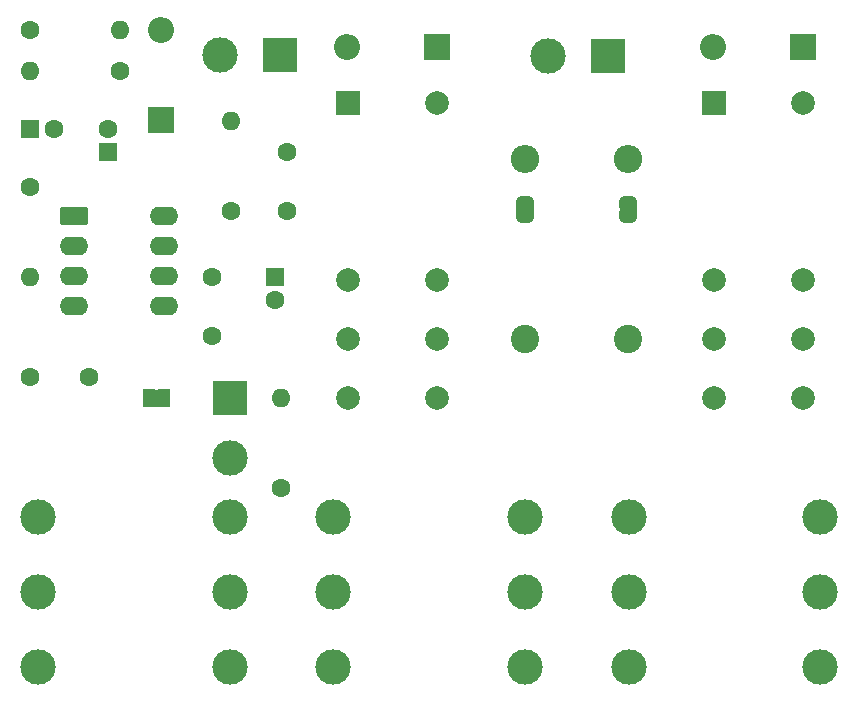
<source format=gts>
%TF.GenerationSoftware,KiCad,Pcbnew,9.0.0+dfsg-1*%
%TF.CreationDate,2025-03-12T14:23:05+01:00*%
%TF.ProjectId,relays-array-2,72656c61-7973-42d6-9172-7261792d322e,1.0*%
%TF.SameCoordinates,Original*%
%TF.FileFunction,Soldermask,Top*%
%TF.FilePolarity,Negative*%
%FSLAX46Y46*%
G04 Gerber Fmt 4.6, Leading zero omitted, Abs format (unit mm)*
G04 Created by KiCad (PCBNEW 9.0.0+dfsg-1) date 2025-03-12 14:23:05*
%MOMM*%
%LPD*%
G01*
G04 APERTURE LIST*
G04 Aperture macros list*
%AMRoundRect*
0 Rectangle with rounded corners*
0 $1 Rounding radius*
0 $2 $3 $4 $5 $6 $7 $8 $9 X,Y pos of 4 corners*
0 Add a 4 corners polygon primitive as box body*
4,1,4,$2,$3,$4,$5,$6,$7,$8,$9,$2,$3,0*
0 Add four circle primitives for the rounded corners*
1,1,$1+$1,$2,$3*
1,1,$1+$1,$4,$5*
1,1,$1+$1,$6,$7*
1,1,$1+$1,$8,$9*
0 Add four rect primitives between the rounded corners*
20,1,$1+$1,$2,$3,$4,$5,0*
20,1,$1+$1,$4,$5,$6,$7,0*
20,1,$1+$1,$6,$7,$8,$9,0*
20,1,$1+$1,$8,$9,$2,$3,0*%
%AMFreePoly0*
4,1,23,0.500000,-0.750000,0.000000,-0.750000,0.000000,-0.745722,-0.065263,-0.745722,-0.191342,-0.711940,-0.304381,-0.646677,-0.396677,-0.554381,-0.461940,-0.441342,-0.495722,-0.315263,-0.495722,-0.250000,-0.500000,-0.250000,-0.500000,0.250000,-0.495722,0.250000,-0.495722,0.315263,-0.461940,0.441342,-0.396677,0.554381,-0.304381,0.646677,-0.191342,0.711940,-0.065263,0.745722,0.000000,0.745722,
0.000000,0.750000,0.500000,0.750000,0.500000,-0.750000,0.500000,-0.750000,$1*%
%AMFreePoly1*
4,1,23,0.000000,0.745722,0.065263,0.745722,0.191342,0.711940,0.304381,0.646677,0.396677,0.554381,0.461940,0.441342,0.495722,0.315263,0.495722,0.250000,0.500000,0.250000,0.500000,-0.250000,0.495722,-0.250000,0.495722,-0.315263,0.461940,-0.441342,0.396677,-0.554381,0.304381,-0.646677,0.191342,-0.711940,0.065263,-0.745722,0.000000,-0.745722,0.000000,-0.750000,-0.500000,-0.750000,
-0.500000,0.750000,0.000000,0.750000,0.000000,0.745722,0.000000,0.745722,$1*%
G04 Aperture macros list end*
%ADD10R,2.200000X2.200000*%
%ADD11O,2.200000X2.200000*%
%ADD12C,1.600000*%
%ADD13O,1.600000X1.600000*%
%ADD14R,1.600000X1.600000*%
%ADD15C,3.000000*%
%ADD16C,2.400000*%
%ADD17O,2.400000X2.400000*%
%ADD18C,2.000000*%
%ADD19R,2.000000X2.000000*%
%ADD20FreePoly0,270.000000*%
%ADD21FreePoly1,270.000000*%
%ADD22R,3.000000X3.000000*%
%ADD23RoundRect,0.250000X-0.950000X-0.550000X0.950000X-0.550000X0.950000X0.550000X-0.950000X0.550000X0*%
%ADD24O,2.400000X1.600000*%
%ADD25R,1.000000X1.500000*%
G04 APERTURE END LIST*
%TO.C,JP3*%
G36*
X80750000Y-83850000D02*
G01*
X79250000Y-83850000D01*
X79250000Y-84150000D01*
X80750000Y-84150000D01*
X80750000Y-83850000D01*
G37*
%TO.C,JPX1*%
G36*
X48950000Y-100750000D02*
G01*
X48650000Y-100750000D01*
X48650000Y-99250000D01*
X48950000Y-99250000D01*
X48950000Y-100750000D01*
G37*
%TO.C,JP2*%
G36*
X89500000Y-83850000D02*
G01*
X88000000Y-83850000D01*
X88000000Y-84150000D01*
X89500000Y-84150000D01*
X89500000Y-83850000D01*
G37*
%TD*%
D10*
%TO.C,D2*%
X103560000Y-70250000D03*
D11*
X95940000Y-70250000D03*
%TD*%
D12*
%TO.C,C2*%
X38100000Y-98200000D03*
X43100000Y-98200000D03*
%TD*%
%TO.C,R13*%
X55100000Y-84100000D03*
D13*
X55100000Y-76480000D03*
%TD*%
D14*
%TO.C,C8*%
X58800000Y-89700000D03*
D12*
X58800000Y-91700000D03*
%TD*%
D15*
%TO.C,J2*%
X105000000Y-116350000D03*
X88770000Y-116350000D03*
X105000000Y-122700000D03*
X88770000Y-122700000D03*
X105000000Y-110000000D03*
X88770000Y-110000000D03*
%TD*%
D14*
%TO.C,C10*%
X38100000Y-77200000D03*
D12*
X40100000Y-77200000D03*
%TD*%
D10*
%TO.C,D9*%
X49200000Y-76410000D03*
D11*
X49200000Y-68790000D03*
%TD*%
D15*
%TO.C,J14*%
X55000000Y-116350000D03*
X38770000Y-116350000D03*
X55000000Y-122700000D03*
X38770000Y-122700000D03*
X55000000Y-110000000D03*
X38770000Y-110000000D03*
%TD*%
D16*
%TO.C,R2*%
X88750000Y-95000000D03*
D17*
X88750000Y-79760000D03*
%TD*%
D18*
%TO.C,K1*%
X65000000Y-95000000D03*
X65000000Y-90000000D03*
X65000000Y-100000000D03*
X72500000Y-95000000D03*
X72500000Y-90000000D03*
X72500000Y-100000000D03*
D19*
X65000000Y-75000000D03*
D18*
X72500000Y-75000000D03*
%TD*%
D10*
%TO.C,D1*%
X72560000Y-70250000D03*
D11*
X64940000Y-70250000D03*
%TD*%
D12*
%TO.C,R16*%
X38100000Y-82080000D03*
D13*
X38100000Y-89700000D03*
%TD*%
D15*
%TO.C,J1*%
X80000000Y-116350000D03*
X63770000Y-116350000D03*
X80000000Y-122700000D03*
X63770000Y-122700000D03*
X80000000Y-110000000D03*
X63770000Y-110000000D03*
%TD*%
D18*
%TO.C,K2*%
X96000000Y-95000000D03*
X96000000Y-90000000D03*
X96000000Y-100000000D03*
X103500000Y-95000000D03*
X103500000Y-90000000D03*
X103500000Y-100000000D03*
D19*
X96000000Y-75000000D03*
D18*
X103500000Y-75000000D03*
%TD*%
D12*
%TO.C,R9*%
X59300000Y-107600000D03*
D13*
X59300000Y-99980000D03*
%TD*%
D12*
%TO.C,C1*%
X53500000Y-94700000D03*
X53500000Y-89700000D03*
%TD*%
D16*
%TO.C,R1*%
X80000000Y-95000000D03*
D17*
X80000000Y-79760000D03*
%TD*%
D20*
%TO.C,JP3*%
X80000000Y-83350000D03*
D21*
X80000000Y-84650000D03*
%TD*%
D12*
%TO.C,R15*%
X38080000Y-68800000D03*
D13*
X45700000Y-68800000D03*
%TD*%
D22*
%TO.C,J3*%
X87040000Y-71000000D03*
D15*
X81960000Y-71000000D03*
%TD*%
D23*
%TO.C,U1*%
X41790000Y-84590000D03*
D24*
X41790000Y-87130000D03*
X41790000Y-89670000D03*
X41790000Y-92210000D03*
X49410000Y-92210000D03*
X49410000Y-89670000D03*
X49410000Y-87130000D03*
X49410000Y-84590000D03*
%TD*%
D22*
%TO.C,J15*%
X55000000Y-100000000D03*
D15*
X55000000Y-105080000D03*
%TD*%
D12*
%TO.C,R14*%
X45700000Y-72300000D03*
D13*
X38080000Y-72300000D03*
%TD*%
D14*
%TO.C,C7*%
X44700000Y-79155113D03*
D12*
X44700000Y-77155113D03*
%TD*%
%TO.C,C3*%
X59800000Y-84100000D03*
X59800000Y-79100000D03*
%TD*%
D25*
%TO.C,JPX1*%
X49450000Y-100000000D03*
X48150000Y-100000000D03*
%TD*%
D22*
%TO.C,J10*%
X59280000Y-70900000D03*
D15*
X54200000Y-70900000D03*
%TD*%
D20*
%TO.C,JP2*%
X88750000Y-83350000D03*
D21*
X88750000Y-84650000D03*
%TD*%
M02*

</source>
